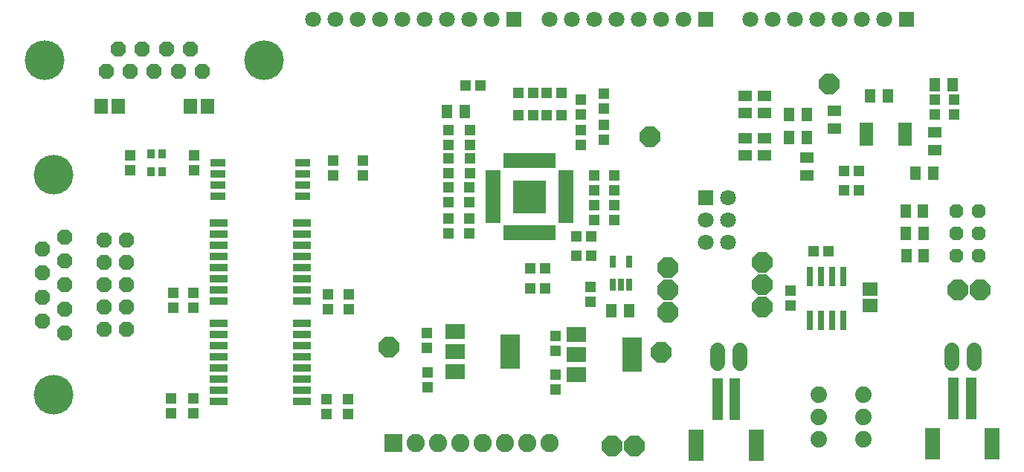
<source format=gts>
G75*
%MOIN*%
%OFA0B0*%
%FSLAX25Y25*%
%IPPOS*%
%LPD*%
%AMOC8*
5,1,8,0,0,1.08239X$1,22.5*
%
%ADD10R,0.04737X0.05131*%
%ADD11OC8,0.06800*%
%ADD12C,0.17800*%
%ADD13R,0.05918X0.06706*%
%ADD14R,0.14600X0.14600*%
%ADD15R,0.06600X0.01900*%
%ADD16R,0.01900X0.06600*%
%ADD17R,0.05131X0.04737*%
%ADD18R,0.05131X0.06312*%
%ADD19R,0.06312X0.05131*%
%ADD20OC8,0.06200*%
%ADD21OC8,0.09300*%
%ADD22R,0.08700X0.06700*%
%ADD23R,0.08700X0.15800*%
%ADD24R,0.02965X0.05524*%
%ADD25R,0.02900X0.08600*%
%ADD26R,0.04737X0.18910*%
%ADD27R,0.07099X0.14186*%
%ADD28C,0.07400*%
%ADD29R,0.07099X0.03359*%
%ADD30R,0.08379X0.03359*%
%ADD31R,0.03556X0.04343*%
%ADD32R,0.06706X0.05918*%
%ADD33R,0.06312X0.02572*%
%ADD34C,0.08200*%
%ADD35R,0.07100X0.07100*%
%ADD36C,0.07100*%
%ADD37R,0.08200X0.08200*%
%ADD38C,0.06800*%
D10*
X0083898Y0038744D03*
X0083898Y0045437D03*
X0094135Y0045437D03*
X0094135Y0038744D03*
X0153583Y0038350D03*
X0153583Y0045043D03*
X0163426Y0045043D03*
X0163426Y0038350D03*
X0198977Y0050555D03*
X0198977Y0057248D03*
X0198662Y0068114D03*
X0198662Y0074807D03*
X0163820Y0085594D03*
X0154371Y0085594D03*
X0154371Y0092287D03*
X0163820Y0092287D03*
X0208235Y0119551D03*
X0208235Y0126244D03*
X0217865Y0126096D03*
X0217865Y0119404D03*
X0217855Y0133567D03*
X0208249Y0133567D03*
X0208249Y0140260D03*
X0208406Y0146323D03*
X0218013Y0146323D03*
X0217855Y0140260D03*
X0218013Y0153016D03*
X0218091Y0159000D03*
X0208485Y0159000D03*
X0208406Y0153016D03*
X0208485Y0165693D03*
X0218091Y0165693D03*
X0267776Y0165732D03*
X0278013Y0168094D03*
X0267776Y0172819D03*
X0267776Y0179512D03*
X0278013Y0182268D03*
X0278013Y0175575D03*
X0278013Y0161402D03*
X0267776Y0159039D03*
X0273800Y0145496D03*
X0282619Y0145496D03*
X0282619Y0138803D03*
X0273800Y0138803D03*
X0273800Y0132150D03*
X0282619Y0132150D03*
X0282619Y0125457D03*
X0273800Y0125457D03*
X0272186Y0095555D03*
X0272186Y0088862D03*
X0256339Y0073606D03*
X0256339Y0066913D03*
X0256379Y0056283D03*
X0256379Y0049591D03*
X0361654Y0086972D03*
X0361654Y0093665D03*
X0426517Y0172701D03*
X0426517Y0179394D03*
X0435178Y0179394D03*
X0435178Y0172701D03*
X0170119Y0152130D03*
X0156733Y0152130D03*
X0156733Y0145437D03*
X0170119Y0145437D03*
X0094528Y0147799D03*
X0094528Y0154492D03*
X0065788Y0154492D03*
X0065788Y0147799D03*
X0085080Y0092681D03*
X0094135Y0092681D03*
X0094135Y0085988D03*
X0085080Y0085988D03*
D11*
X0064115Y0086500D03*
X0054115Y0086500D03*
X0054115Y0076500D03*
X0064115Y0076500D03*
X0036300Y0074743D03*
X0026300Y0080143D03*
X0036300Y0085543D03*
X0026300Y0090943D03*
X0036300Y0096343D03*
X0026300Y0101743D03*
X0036300Y0107143D03*
X0026300Y0112543D03*
X0036300Y0117943D03*
X0054115Y0116500D03*
X0064115Y0116500D03*
X0064115Y0106500D03*
X0054115Y0106500D03*
X0054115Y0096500D03*
X0064115Y0096500D03*
X0065717Y0192051D03*
X0076517Y0192051D03*
X0087317Y0192051D03*
X0098117Y0192051D03*
X0092717Y0202051D03*
X0081917Y0202051D03*
X0071117Y0202051D03*
X0060317Y0202051D03*
X0054917Y0192051D03*
D12*
X0027217Y0197051D03*
X0031300Y0145643D03*
X0125817Y0197051D03*
X0031300Y0047043D03*
D13*
X0052875Y0176500D03*
X0060355Y0176500D03*
X0092875Y0176500D03*
X0100355Y0176500D03*
D14*
X0244706Y0135850D03*
D15*
X0260906Y0134850D03*
X0260906Y0132850D03*
X0260906Y0130950D03*
X0260906Y0128950D03*
X0260906Y0126950D03*
X0260906Y0125050D03*
X0260906Y0136850D03*
X0260906Y0138850D03*
X0260906Y0140750D03*
X0260906Y0142750D03*
X0260906Y0144750D03*
X0260906Y0146650D03*
X0228506Y0146650D03*
X0228506Y0144750D03*
X0228506Y0142750D03*
X0228506Y0140750D03*
X0228506Y0138850D03*
X0228506Y0136850D03*
X0228506Y0134850D03*
X0228506Y0132850D03*
X0228506Y0130950D03*
X0228506Y0128950D03*
X0228506Y0126950D03*
X0228506Y0125050D03*
D16*
X0233906Y0119650D03*
X0235806Y0119650D03*
X0237806Y0119650D03*
X0239806Y0119650D03*
X0241706Y0119650D03*
X0243706Y0119650D03*
X0245706Y0119650D03*
X0247706Y0119650D03*
X0249606Y0119650D03*
X0251606Y0119650D03*
X0253606Y0119650D03*
X0255506Y0119650D03*
X0255506Y0152050D03*
X0253606Y0152050D03*
X0251606Y0152050D03*
X0249606Y0152050D03*
X0247706Y0152050D03*
X0245706Y0152050D03*
X0243706Y0152050D03*
X0241706Y0152050D03*
X0239806Y0152050D03*
X0237806Y0152050D03*
X0235806Y0152050D03*
X0233906Y0152050D03*
D17*
X0239627Y0172307D03*
X0246320Y0172307D03*
X0252265Y0172307D03*
X0258957Y0172307D03*
X0258957Y0182307D03*
X0252265Y0182307D03*
X0246320Y0182307D03*
X0239627Y0182307D03*
X0222855Y0185654D03*
X0216162Y0185654D03*
X0265729Y0117976D03*
X0272422Y0117976D03*
X0272422Y0109433D03*
X0265729Y0109433D03*
X0251792Y0103843D03*
X0245099Y0103843D03*
X0245099Y0094945D03*
X0251792Y0094945D03*
X0372127Y0111382D03*
X0378820Y0111382D03*
X0385631Y0138646D03*
X0392324Y0138646D03*
X0392324Y0147307D03*
X0385631Y0147307D03*
D18*
X0369036Y0162543D03*
X0361162Y0162543D03*
X0361083Y0172898D03*
X0368957Y0172898D03*
X0397383Y0181283D03*
X0405257Y0181283D03*
X0426517Y0186283D03*
X0434391Y0186283D03*
X0425552Y0146500D03*
X0417678Y0146500D03*
X0421182Y0129413D03*
X0413308Y0129413D03*
X0413465Y0119571D03*
X0421339Y0119571D03*
X0421497Y0109335D03*
X0413623Y0109335D03*
X0289312Y0084827D03*
X0281438Y0084827D03*
X0215650Y0174000D03*
X0207776Y0174000D03*
D19*
X0341398Y0173291D03*
X0350060Y0173291D03*
X0350060Y0181165D03*
X0341398Y0181165D03*
X0341398Y0162268D03*
X0350060Y0162268D03*
X0350060Y0154394D03*
X0341398Y0154394D03*
X0369076Y0153409D03*
X0369076Y0145535D03*
X0381379Y0166598D03*
X0381379Y0174472D03*
X0426517Y0164630D03*
X0426517Y0156756D03*
D20*
X0436024Y0129453D03*
X0446024Y0129453D03*
X0446024Y0119453D03*
X0436024Y0119453D03*
X0436024Y0109453D03*
X0446024Y0109453D03*
D21*
X0446615Y0094000D03*
X0436615Y0094000D03*
X0349115Y0096500D03*
X0349115Y0086500D03*
X0349115Y0106500D03*
X0306615Y0104000D03*
X0306615Y0094000D03*
X0306615Y0084000D03*
X0303583Y0066067D03*
X0291615Y0024000D03*
X0281615Y0024000D03*
X0181831Y0068409D03*
X0298603Y0162878D03*
X0379115Y0186500D03*
D22*
X0265790Y0074160D03*
X0265790Y0065160D03*
X0265790Y0056160D03*
X0211262Y0057361D03*
X0211262Y0066361D03*
X0211262Y0075361D03*
D23*
X0236062Y0066461D03*
X0290590Y0065260D03*
D24*
X0289509Y0096579D03*
X0285769Y0096579D03*
X0282028Y0096579D03*
X0282028Y0106815D03*
X0289509Y0106815D03*
D25*
X0370217Y0100019D03*
X0375217Y0100019D03*
X0380217Y0100019D03*
X0385217Y0100019D03*
X0385217Y0080619D03*
X0380217Y0080619D03*
X0375217Y0080619D03*
X0370217Y0080619D03*
D26*
X0336851Y0045063D03*
X0328977Y0045063D03*
X0434725Y0045614D03*
X0442599Y0045614D03*
D27*
X0452048Y0025142D03*
X0425276Y0025142D03*
X0346300Y0024591D03*
X0319528Y0024591D03*
D28*
X0374528Y0027228D03*
X0374528Y0037228D03*
X0374528Y0047228D03*
X0394528Y0047228D03*
X0394528Y0037228D03*
X0394528Y0027228D03*
D29*
X0143150Y0136165D03*
X0143150Y0141165D03*
X0143150Y0146165D03*
X0143150Y0151165D03*
X0104961Y0151165D03*
X0104961Y0146165D03*
X0104961Y0141165D03*
X0104961Y0136165D03*
D30*
X0105505Y0124157D03*
X0105505Y0119157D03*
X0105505Y0114157D03*
X0105505Y0109157D03*
X0105505Y0104157D03*
X0105505Y0099157D03*
X0105505Y0094157D03*
X0105505Y0089157D03*
X0105505Y0079276D03*
X0105505Y0074276D03*
X0105505Y0069276D03*
X0105505Y0064276D03*
X0105505Y0059276D03*
X0105505Y0054276D03*
X0105505Y0049276D03*
X0105505Y0044276D03*
X0142607Y0044276D03*
X0142607Y0049276D03*
X0142607Y0054276D03*
X0142607Y0059276D03*
X0142607Y0064276D03*
X0142607Y0069276D03*
X0142607Y0074276D03*
X0142607Y0079276D03*
X0142607Y0089157D03*
X0142607Y0094157D03*
X0142607Y0099157D03*
X0142607Y0104157D03*
X0142607Y0109157D03*
X0142607Y0114157D03*
X0142607Y0119157D03*
X0142607Y0124157D03*
D31*
X0080158Y0147209D03*
X0075040Y0147209D03*
X0075040Y0155083D03*
X0080158Y0155083D03*
D32*
X0397520Y0094610D03*
X0397520Y0087130D03*
D33*
X0395808Y0160004D03*
X0395808Y0162563D03*
X0395808Y0165122D03*
X0395808Y0167681D03*
X0413131Y0167681D03*
X0413131Y0165122D03*
X0413131Y0162563D03*
X0413131Y0160004D03*
D34*
X0253615Y0025500D03*
X0243615Y0025500D03*
X0233615Y0025500D03*
X0223615Y0025500D03*
X0213615Y0025500D03*
X0203615Y0025496D03*
X0193587Y0025449D03*
D35*
X0323615Y0135500D03*
X0323615Y0215500D03*
X0237615Y0215500D03*
X0413615Y0215500D03*
D36*
X0403615Y0215500D03*
X0393615Y0215500D03*
X0383615Y0215500D03*
X0373615Y0215500D03*
X0363615Y0215500D03*
X0353615Y0215500D03*
X0343615Y0215500D03*
X0313615Y0215500D03*
X0303615Y0215500D03*
X0293615Y0215500D03*
X0283615Y0215500D03*
X0273615Y0215500D03*
X0263615Y0215500D03*
X0253615Y0215500D03*
X0227615Y0215500D03*
X0217615Y0215500D03*
X0207615Y0215500D03*
X0197615Y0215500D03*
X0187615Y0215500D03*
X0177615Y0215500D03*
X0167615Y0215500D03*
X0157615Y0215500D03*
X0147615Y0215500D03*
X0323615Y0125500D03*
X0333615Y0125500D03*
X0333615Y0115500D03*
X0323615Y0115500D03*
X0333615Y0135500D03*
D37*
X0183587Y0025449D03*
D38*
X0329115Y0061000D02*
X0329115Y0067000D01*
X0339115Y0067000D02*
X0339115Y0061000D01*
X0434115Y0061000D02*
X0434115Y0067000D01*
X0444115Y0067000D02*
X0444115Y0061000D01*
M02*

</source>
